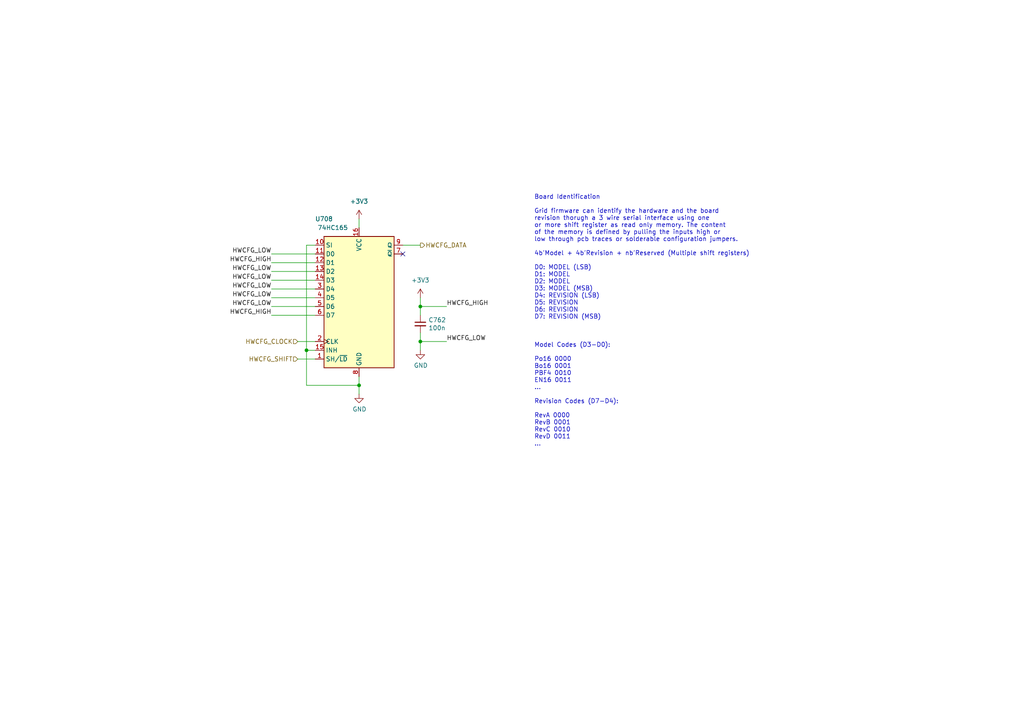
<source format=kicad_sch>
(kicad_sch (version 20211123) (generator eeschema)
  (paper "A4")
  (lib_symbols
    (symbol "power:+3V3" (power) (pin_names (offset 0))
      (property "Value" "+3V3" (at 0 3.556 0))
      (symbol "+3V3_0_1"
        (polyline (pts (xy -0.762 1.27) (xy 0 2.54)))
        (polyline (pts (xy 0 0) (xy 0 2.54)))
        (polyline (pts (xy 0 2.54) (xy 0.762 1.27)))
      )
      (symbol "+3V3_1_1"
        (pin power_in line (at 0 0 90) (length 0) hide (name "+3V3") (number "1"))
      )
    )
    (symbol "power:GND" (power) (pin_names (offset 0))
      (property "Value" "GND" (at 0 -3.81 0))
      (symbol "GND_0_1"
        (polyline (pts (xy 0 0) (xy 0 -1.27) (xy 1.27 -1.27) (xy 0 -2.54) (xy -1.27 -1.27) (xy 0 -1.27)))
      )
      (symbol "GND_1_1"
        (pin power_in line (at 0 0 270) (length 0) hide (name "GND") (number "1"))
      )
    )
    (symbol "suku_basics:74HC165"
      (property "Reference" "U" (at -15.24 25.4 0))
      (property "Value" "74HC165" (at -12.7 20.32 0))
      (symbol "74HC165_1_0"
        (pin input line (at -12.7 12.7 0) (length 2.54) (name "D0") (number "11"))
        (pin input line (at -12.7 10.16 0) (length 2.54) (name "D1") (number "12"))
        (pin input line (at -12.7 7.62 0) (length 2.54) (name "D2") (number "13"))
        (pin input line (at -12.7 5.08 0) (length 2.54) (name "D3") (number "14"))
        (pin power_in line (at 0 20.32 270) (length 2.54) (name "VCC") (number "16"))
        (pin input clock (at -12.7 -12.7 0) (length 2.54) (name "CLK") (number "2"))
        (pin input line (at -12.7 2.54 0) (length 2.54) (name "D4") (number "3"))
        (pin input line (at -12.7 0 0) (length 2.54) (name "D5") (number "4"))
        (pin input line (at -12.7 -2.54 0) (length 2.54) (name "D6") (number "5"))
        (pin input line (at -12.7 -5.08 0) (length 2.54) (name "D7") (number "6"))
        (pin power_in line (at 0 -22.86 90) (length 2.54) (name "GND") (number "8"))
        (pin output line (at 12.7 15.24 180) (length 2.54) (name "Q") (number "9"))
      )
      (symbol "74HC165_1_1"
        (rectangle (start -10.16 17.78) (end 10.16 -20.32) (stroke (width 0.254)) (fill (type background)))
        (pin input line (at -12.7 -17.78 0) (length 2.54) (name "SH/~{LD}") (number "1"))
        (pin input line (at -12.7 15.24 0) (length 2.54) (name "SI") (number "10"))
        (pin input line (at -12.7 -15.24 0) (length 2.54) (name "INH") (number "15"))
        (pin output line (at 12.7 12.7 180) (length 2.54) (name "~{Q}") (number "7"))
      )
    )
    (symbol "suku_basics:CAP" (pin_numbers hide) (pin_names (offset 0.254) hide)
      (property "Reference" "C" (at 0.254 1.778 0))
      (property "Value" "CAP" (at 0.254 -2.032 0))
      (symbol "CAP_0_1"
        (polyline (pts (xy -1.524 -0.508) (xy 1.524 -0.508)) (stroke (width 0.3302)))
        (polyline (pts (xy -1.524 0.508) (xy 1.524 0.508)) (stroke (width 0.3048)))
      )
      (symbol "CAP_1_1"
        (pin passive line (at 0 2.54 270) (length 2.032) (name "~") (number "1"))
        (pin passive line (at 0 -2.54 90) (length 2.032) (name "~") (number "2"))
      )
    )
  )
  (junction (at 104.14 111.76))
  (junction (at 88.9 101.6))
  (junction (at 121.92 99.06))
  (junction (at 121.92 88.9))
  (no_connect (at 116.84 73.66))
  (wire (pts (xy 88.9 71.12) (xy 88.9 101.6)))
  (wire (pts (xy 91.44 83.82) (xy 78.74 83.82)))
  (wire (pts (xy 104.14 111.76) (xy 104.14 109.22)))
  (wire (pts (xy 91.44 101.6) (xy 88.9 101.6)))
  (wire (pts (xy 91.44 99.06) (xy 86.36 99.06)))
  (wire (pts (xy 91.44 86.36) (xy 78.74 86.36)))
  (wire (pts (xy 91.44 88.9) (xy 78.74 88.9)))
  (wire (pts (xy 91.44 76.2) (xy 78.74 76.2)))
  (wire (pts (xy 104.14 63.5) (xy 104.14 66.04)))
  (wire (pts (xy 78.74 91.44) (xy 91.44 91.44)))
  (wire (pts (xy 104.14 114.3) (xy 104.14 111.76)))
  (wire (pts (xy 121.92 99.06) (xy 121.92 101.6)))
  (wire (pts (xy 91.44 71.12) (xy 88.9 71.12)))
  (wire (pts (xy 78.74 73.66) (xy 91.44 73.66)))
  (wire (pts (xy 121.92 96.52) (xy 121.92 99.06)))
  (wire (pts (xy 88.9 101.6) (xy 88.9 111.76)))
  (wire (pts (xy 121.92 88.9) (xy 121.92 91.44)))
  (wire (pts (xy 88.9 111.76) (xy 104.14 111.76)))
  (wire (pts (xy 91.44 81.28) (xy 78.74 81.28)))
  (wire (pts (xy 116.84 71.12) (xy 121.92 71.12)))
  (wire (pts (xy 121.92 88.9) (xy 129.54 88.9)))
  (wire (pts (xy 121.92 86.36) (xy 121.92 88.9)))
  (wire (pts (xy 121.92 99.06) (xy 129.54 99.06)))
  (wire (pts (xy 91.44 78.74) (xy 78.74 78.74)))
  (wire (pts (xy 91.44 104.14) (xy 86.36 104.14)))
  (text "Board Identification\n\nGrid firmware can identify the hardware and the board \nrevision thorugh a 3 wire serial interface using one \nor more shift register as read only memory. The content\nof the memory is defined by pulling the inputs high or\nlow through pcb traces or solderable configuration jumpers.\n\n4b'Model + 4b'Revision + nb'Reserved (Multiple shift registers)\n\nD0: MODEL (LSB)\nD1: MODEL\nD2: MODEL\nD3: MODEL (MSB)\nD4: REVISION (LSB)\nD5: REVISION\nD6: REVISION\nD7: REVISION (MSB)\n\n\n\nModel Codes (D3-D0):\n\nPo16 0000\nBo16 0001\nPBF4 0010\nEN16 0011\n...\n\nRevision Codes (D7-D4):\n\nRevA 0000\nRevB 0001\nRevC 0010\nRevD 0011\n...\n" (at 154.94 129.54 0) (effects (font (size 1.27 1.27)) (justify left bottom)))
  (label "HWCFG_LOW" (at 129.54 99.06 0))
  (label "HWCFG_HIGH" (at 78.74 76.2 180))
  (label "HWCFG_LOW" (at 78.74 83.82 180))
  (label "HWCFG_LOW" (at 78.74 86.36 180))
  (label "HWCFG_LOW" (at 78.74 81.28 180))
  (label "HWCFG_HIGH" (at 129.54 88.9 0))
  (label "HWCFG_LOW" (at 78.74 73.66 180))
  (label "HWCFG_HIGH" (at 78.74 91.44 180))
  (label "HWCFG_LOW" (at 78.74 78.74 180))
  (label "HWCFG_LOW" (at 78.74 88.9 180))
  (hierarchical_label "HWCFG_CLOCK" (shape input) (at 86.36 99.06 180))
  (hierarchical_label "HWCFG_SHIFT" (shape input) (at 86.36 104.14 180))
  (hierarchical_label "HWCFG_DATA" (shape output) (at 121.92 71.12 0))
  (symbol (lib_id "suku_basics:74HC165") (at 104.14 86.36 0) (unit 1)
    (property "Reference" "U708" (at 93.98 63.5 0))
    (property "Value" "74HC165" (at 96.52 66.04 0))
    (property "Footprint" "suku_basics:SOIC-16_74HC165" (effects hide))
    (property "Datasheet" "http://www.ti.com/lit/ds/symlink/sn74hc595.pdf" (effects hide))
  )
  (symbol (lib_id "power:GND") (at 104.14 114.3 0) (unit 1)
    (property "Reference" "#PWR0880" (effects hide))
    (property "Value" "GND" (at 104.267 118.6942 0))
  )
  (symbol (lib_id "suku_basics:CAP") (at 121.92 93.98 0) (unit 1)
    (property "Reference" "C762" (at 124.2568 92.8116 0) (effects (justify left)))
    (property "Value" "100n" (at 124.2568 95.123 0) (effects (justify left)))
    (property "Footprint" "suku_basics:CAP_0402" (effects hide))
  )
  (symbol (lib_id "power:GND") (at 121.92 101.6 0) (unit 1)
    (property "Reference" "#PWR0882" (effects hide))
    (property "Value" "GND" (at 122.047 105.9942 0))
  )
  (symbol (lib_id "power:+3V3") (at 104.14 63.5 0) (unit 1)
    (property "Reference" "#PWR0879" (effects hide))
    (property "Value" "+3V3" (at 104.14 58.42 0))
  )
  (symbol (lib_id "power:+3V3") (at 121.92 86.36 0) (unit 1)
    (property "Reference" "#PWR0881" (effects hide))
    (property "Value" "+3V3" (at 121.92 81.28 0))
  )
)
</source>
